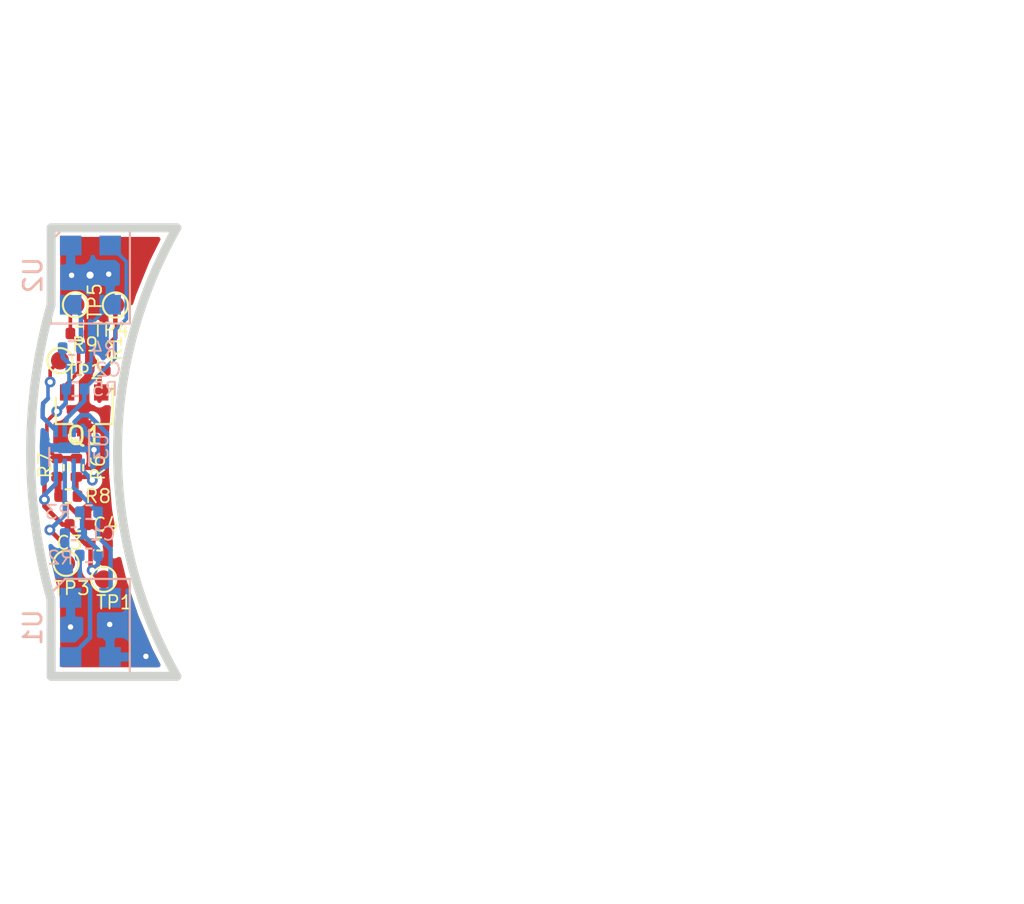
<source format=kicad_pcb>
(kicad_pcb (version 20211014) (generator pcbnew)
  (layers (0 "F.Cu" signal) (31 "B.Cu" signal) (34 "B.Paste" user) (35 "F.Paste" user) (36 "B.SilkS" user "B.Silkscreen") (37 "F.SilkS" user "F.Silkscreen") (38 "B.Mask" user) (39 "F.Mask" user) (44 "Edge.Cuts" user))
  (net 0 "")
  (net 1 "/SW")
  (net 2 "+3V3")
  (net 3 "GND")
  (net 4 "Net-(Q1-Pad1)")
  (net 5 "/ENA")
  (net 6 "Net-(R2-Pad1)")
  (net 7 "Net-(R4-Pad1)")
  (net 8 "/A1")
  (net 9 "/A2")
  (net 10 "/VREF")
  (net 11 "/OUT2")
  (net 12 "/OUT1")
  (footprint "TestPoint:TestPoint_Pad_D1.0mm" (layer "F.Cu") (at 171.831 96.2025)
    (fp_text reference "TP3" (at 0.30988 1.3843) (layer "F.SilkS") (effects (font (size 0.75 0.75) (thickness 0.1))))
    (fp_text value "O2")
    (fp_circle (center 0 0) (end 0 0.7) (layer "F.SilkS") (width 0.12) (fill none))
    (pad "1" smd circle locked (at 0 0) (size 1 1) (layers "F.Cu" "F.Mask") (net 11 "/OUT2"))
  )
  (footprint "TestPoint:TestPoint_Pad_D1.0mm" (layer "F.Cu") (at 172.3517 81.788)
    (fp_text reference "TP5" (at 1.0795 -0.19304 90) (layer "F.SilkS") (effects (font (size 0.75 0.75) (thickness 0.1))))
    (fp_text value "GND")
    (fp_circle (center 0 0) (end 0 0.7) (layer "F.SilkS") (width 0.12) (fill none))
    (pad "1" smd circle locked (at 0 0) (size 1 1) (layers "F.Cu" "F.Mask") (net 3 "GND"))
  )
  (footprint "Capacitor_SMD:C_0402_1005Metric" (layer "F.Cu") (at 172.5015 94.0435)
    (fp_text reference "C4" (at 1.552 0) (layer "F.SilkS") (effects (font (size 0.75 0.75) (thickness 0.1))))
    (fp_text value "10uF")
    (fp_line (start -0.107836 0.36) (end 0.107836 0.36) (layer "F.SilkS") (width 0.12))
    (fp_line (start -0.107836 -0.36) (end 0.107836 -0.36) (layer "F.SilkS") (width 0.12))
    (pad "1" smd roundrect locked (at -0.48 0) (size 0.56 0.62) (layers "F.Cu" "F.Paste" "F.Mask") (net 2 "+3V3"))
    (pad "2" smd roundrect locked (at 0.48 0) (size 0.56 0.62) (layers "F.Cu" "F.Paste" "F.Mask") (net 1 "/SW"))
  )
  (footprint "Capacitor_SMD:C_0402_1005Metric" (layer "F.Cu") (at 173.6725 95.123)
    (fp_text reference "C3" (at -1.651 -0.0635) (layer "F.SilkS") (effects (font (size 0.75 0.75) (thickness 0.1))))
    (fp_text value "100nF")
    (fp_line (start -0.107836 0.36) (end 0.107836 0.36) (layer "F.SilkS") (width 0.12))
    (fp_line (start -0.107836 -0.36) (end 0.107836 -0.36) (layer "F.SilkS") (width 0.12))
    (pad "1" smd roundrect locked (at -0.48 0) (size 0.56 0.62) (layers "F.Cu" "F.Paste" "F.Mask") (net 2 "+3V3"))
    (pad "2" smd roundrect locked (at 0.48 0) (size 0.56 0.62) (layers "F.Cu" "F.Paste" "F.Mask") (net 1 "/SW"))
  )
  (footprint "Resistor_SMD:R_0402_1005Metric" (layer "F.Cu") (at 171.323 90.8665 -90)
    (fp_text reference "R6" (at 0.002 -2.286 90) (layer "F.SilkS") (effects (font (size 0.75 0.75) (thickness 0.1))))
    (fp_text value "10k")
    (fp_line (start -0.153641 0.38) (end 0.153641 0.38) (layer "F.SilkS") (width 0.12))
    (fp_line (start -0.153641 -0.38) (end 0.153641 -0.38) (layer "F.SilkS") (width 0.12))
    (pad "1" smd roundrect locked (at -0.51 0 270) (size 0.54 0.64) (layers "F.Cu" "F.Paste" "F.Mask") (net 2 "+3V3"))
    (pad "2" smd roundrect locked (at 0.51 0 270) (size 0.54 0.64) (layers "F.Cu" "F.Paste" "F.Mask") (net 1 "/SW"))
  )
  (footprint "Resistor_SMD:R_0402_1005Metric" (layer "F.Cu") (at 172.4025 90.8705 90)
    (fp_text reference "R7" (at 0.129 -1.7145 90) (layer "F.SilkS") (effects (font (size 0.75 0.75) (thickness 0.1))))
    (fp_text value "10k")
    (fp_line (start -0.153641 0.38) (end 0.153641 0.38) (layer "F.SilkS") (width 0.12))
    (fp_line (start -0.153641 -0.38) (end 0.153641 -0.38) (layer "F.SilkS") (width 0.12))
    (pad "1" smd roundrect locked (at -0.51 0 90) (size 0.54 0.64) (layers "F.Cu" "F.Paste" "F.Mask") (net 10 "/VREF"))
    (pad "2" smd roundrect locked (at 0.51 0 90) (size 0.54 0.64) (layers "F.Cu" "F.Paste" "F.Mask") (net 2 "+3V3"))
  )
  (footprint "TestPoint:TestPoint_Pad_D1.0mm" (layer "F.Cu") (at 174.5742 81.8007)
    (fp_text reference "TP4" (at -0.24384 1.38938) (layer "F.SilkS") (effects (font (size 0.75 0.75) (thickness 0.1))))
    (fp_text value "ENA")
    (fp_circle (center 0 0) (end 0 0.7) (layer "F.SilkS") (width 0.12) (fill none))
    (pad "1" smd circle locked (at 0 0) (size 1 1) (layers "F.Cu" "F.Mask") (net 5 "/ENA"))
  )
  (footprint "Resistor_SMD:R_0402_1005Metric" (layer "F.Cu") (at 173.99 84.961 90)
    (fp_text reference "R1" (at 0.76 0.5715 270) (layer "F.SilkS") (effects (font (size 0.75 0.75) (thickness 0.1))))
    (fp_text value "1k")
    (fp_line (start -0.153641 0.38) (end 0.153641 0.38) (layer "F.SilkS") (width 0.12))
    (fp_line (start -0.153641 -0.38) (end 0.153641 -0.38) (layer "F.SilkS") (width 0.12))
    (pad "1" smd roundrect locked (at -0.51 0 90) (size 0.54 0.64) (layers "F.Cu" "F.Paste" "F.Mask") (net 4 "Net-(Q1-Pad1)"))
    (pad "2" smd roundrect locked (at 0.51 0 90) (size 0.54 0.64) (layers "F.Cu" "F.Paste" "F.Mask") (net 5 "/ENA"))
  )
  (footprint "Resistor_SMD:R_0402_1005Metric" (layer "F.Cu") (at 171.956 92.456)
    (fp_text reference "R8" (at 1.653 0) (layer "F.SilkS") (effects (font (size 0.75 0.75) (thickness 0.1))))
    (fp_text value "10k")
    (fp_line (start -0.153641 -0.38) (end 0.153641 -0.38) (layer "F.SilkS") (width 0.12))
    (fp_line (start -0.153641 0.38) (end 0.153641 0.38) (layer "F.SilkS") (width 0.12))
    (pad "1" smd roundrect locked (at -0.51 0) (size 0.54 0.64) (layers "F.Cu" "F.Paste" "F.Mask") (net 1 "/SW"))
    (pad "2" smd roundrect locked (at 0.51 0) (size 0.54 0.64) (layers "F.Cu" "F.Paste" "F.Mask") (net 10 "/VREF"))
  )
  (footprint "Package_TO_SOT_SMD:SOT-23" (layer "F.Cu") (at 172.8368 87.6775 -90)
    (fp_text reference "Q1" (at 1.413 -0.0356 180) (layer "F.SilkS"))
    (fp_text value "Q_NPN_BEC")
    (fp_line (start 0.76 1.58) (end -0.7 1.58) (layer "F.SilkS") (width 0.12))
    (fp_line (start 0.76 1.58) (end 0.76 0.65) (layer "F.SilkS") (width 0.12))
    (fp_line (start 0.76 -1.58) (end 0.76 -0.65) (layer "F.SilkS") (width 0.12))
    (fp_line (start 0.76 -1.58) (end -1.4 -1.58) (layer "F.SilkS") (width 0.12))
    (pad "1" smd rect locked (at -1 -0.95 270) (size 0.9 0.8) (layers "F.Cu" "F.Paste" "F.Mask") (net 4 "Net-(Q1-Pad1)"))
    (pad "2" smd rect locked (at -1 0.95 270) (size 0.9 0.8) (layers "F.Cu" "F.Paste" "F.Mask") (net 3 "GND"))
    (pad "3" smd rect locked (at 1 0 270) (size 0.9 0.8) (layers "F.Cu" "F.Paste" "F.Mask") (net 1 "/SW"))
  )
  (footprint "TestPoint:TestPoint_Pad_D1.0mm" (layer "F.Cu") (at 171.4881 84.8995)
    (fp_text reference "TP2" (at 1.3843 0.64262) (layer "F.SilkS") (effects (font (size 0.75 0.75) (thickness 0.1))))
    (fp_text value "O1")
    (fp_circle (center 0 0) (end 0 0.7) (layer "F.SilkS") (width 0.12) (fill none))
    (pad "1" smd circle locked (at 0 0) (size 1 1) (layers "F.Cu" "F.Mask") (net 12 "/OUT1"))
  )
  (footprint "Resistor_SMD:R_0402_1005Metric" (layer "F.Cu") (at 172.5783 83.3882)
    (fp_text reference "R9" (at 0.30426 0.61468 180) (layer "F.SilkS") (effects (font (size 0.75 0.75) (thickness 0.1))))
    (fp_text value "dnp")
    (fp_line (start -0.153641 -0.38) (end 0.153641 -0.38) (layer "F.SilkS") (width 0.12))
    (fp_line (start -0.153641 0.38) (end 0.153641 0.38) (layer "F.SilkS") (width 0.12))
    (pad "1" smd roundrect locked (at -0.51 0) (size 0.54 0.64) (layers "F.Cu" "F.Paste" "F.Mask") (net 3 "GND"))
    (pad "2" smd roundrect locked (at 0.51 0) (size 0.54 0.64) (layers "F.Cu" "F.Paste" "F.Mask") (net 1 "/SW"))
  )
  (footprint "TestPoint:TestPoint_Pad_D1.0mm" (layer "F.Cu") (at 173.9265 97.0915)
    (fp_text reference "TP1" (at 0.59182 1.28778) (layer "F.SilkS") (effects (font (size 0.75 0.75) (thickness 0.1))))
    (fp_text value "VCC")
    (fp_circle (center 0 0) (end 0 0.7) (layer "F.SilkS") (width 0.12) (fill none))
    (pad "1" smd circle locked (at 0 0) (size 1 1) (layers "F.Cu" "F.Mask") (net 2 "+3V3"))
  )
  (footprint "AcousticSwarm:GP2S700HCP" (layer "B.Cu") (at 173.1772 99.7712)
    (fp_text reference "U1" (at -3.2 0 270) (layer "B.SilkS") (effects (justify mirror)))
    (fp_text value "GP2S700HCP")
    (fp_line (start -1.4 -2.7) (end -2.2 -1.9) (layer "B.SilkS") (width 0.12))
    (fp_line (start 2.2 2.7) (end 2.2 -2.7) (layer "B.SilkS") (width 0.12))
    (fp_line (start 2.2 -2.7) (end -1.4 -2.7) (layer "B.SilkS") (width 0.12))
    (fp_line (start -2.2 2.7) (end 2.2 2.7) (layer "B.SilkS") (width 0.12))
    (fp_line (start -2.2 -1.9) (end -2.2 2.7) (layer "B.SilkS") (width 0.12))
    (pad "1" smd rect locked (at -1.1 -1.65) (size 1.2 1.1) (layers "B.Cu" "B.Paste" "B.Mask") (net 1 "/SW"))
    (pad "2" smd rect locked (at 1.1 -1.65) (size 1.2 1.1) (layers "B.Cu" "B.Paste" "B.Mask") (net 9 "/A2"))
    (pad "3" smd rect locked (at 1.1 1.65) (size 1.2 1.1) (layers "B.Cu" "B.Paste" "B.Mask") (net 1 "/SW"))
    (pad "4" smd rect locked (at -1.1 1.65) (size 1.2 1.1) (layers "B.Cu" "B.Paste" "B.Mask") (net 6 "Net-(R2-Pad1)"))
  )
  (footprint "Resistor_SMD:R_0402_1005Metric" (layer "B.Cu") (at 172.1465 84.201 180)
    (fp_text reference "R4" (at -1.78 -0.0635 180) (layer "B.SilkS") (effects (font (size 0.75 0.75) (thickness 0.1)) (justify mirror)))
    (fp_text value "100")
    (fp_line (start -0.153641 0.38) (end 0.153641 0.38) (layer "B.SilkS") (width 0.12))
    (fp_line (start -0.153641 -0.38) (end 0.153641 -0.38) (layer "B.SilkS") (width 0.12))
    (pad "1" smd roundrect locked (at -0.51 0 180) (size 0.54 0.64) (layers "B.Cu" "B.Paste" "B.Mask") (net 7 "Net-(R4-Pad1)"))
    (pad "2" smd roundrect locked (at 0.51 0 180) (size 0.54 0.64) (layers "B.Cu" "B.Paste" "B.Mask") (net 2 "+3V3"))
  )
  (footprint "Resistor_SMD:R_0402_1005Metric" (layer "B.Cu") (at 173.103 93.346 180)
    (fp_text reference "R3" (at 1.7165 0.001 180) (layer "B.SilkS") (effects (font (size 0.75 0.75) (thickness 0.1)) (justify mirror)))
    (fp_text value "30k")
    (fp_line (start -0.153641 0.38) (end 0.153641 0.38) (layer "B.SilkS") (width 0.12))
    (fp_line (start -0.153641 -0.38) (end 0.153641 -0.38) (layer "B.SilkS") (width 0.12))
    (pad "1" smd roundrect locked (at -0.51 0 180) (size 0.54 0.64) (layers "B.Cu" "B.Paste" "B.Mask") (net 9 "/A2"))
    (pad "2" smd roundrect locked (at 0.51 0 180) (size 0.54 0.64) (layers "B.Cu" "B.Paste" "B.Mask") (net 2 "+3V3"))
  )
  (footprint "Resistor_SMD:R_0402_1005Metric" (layer "B.Cu") (at 173.099 95.758)
    (fp_text reference "R2" (at -1.5855 0.127) (layer "B.SilkS") (effects (font (size 0.75 0.75) (thickness 0.1)) (justify mirror)))
    (fp_text value "100")
    (fp_line (start -0.153641 -0.38) (end 0.153641 -0.38) (layer "B.SilkS") (width 0.12))
    (fp_line (start -0.153641 0.38) (end 0.153641 0.38) (layer "B.SilkS") (width 0.12))
    (pad "1" smd roundrect locked (at -0.51 0) (size 0.54 0.64) (layers "B.Cu" "B.Paste" "B.Mask") (net 6 "Net-(R2-Pad1)"))
    (pad "2" smd roundrect locked (at 0.51 0) (size 0.54 0.64) (layers "B.Cu" "B.Paste" "B.Mask") (net 2 "+3V3"))
  )
  (footprint "AcousticSwarm:GP2S700HCP" (layer "B.Cu") (at 173.185 80.136)
    (fp_text reference "U2" (at -3.2 0 270) (layer "B.SilkS") (effects (justify mirror)))
    (fp_text value "GP2S700HCP")
    (fp_line (start 2.2 2.7) (end 2.2 -2.7) (layer "B.SilkS") (width 0.12))
    (fp_line (start -2.2 2.7) (end 2.2 2.7) (layer "B.SilkS") (width 0.12))
    (fp_line (start -1.4 -2.7) (end -2.2 -1.9) (layer "B.SilkS") (width 0.12))
    (fp_line (start 2.2 -2.7) (end -1.4 -2.7) (layer "B.SilkS") (width 0.12))
    (fp_line (start -2.2 -1.9) (end -2.2 2.7) (layer "B.SilkS") (width 0.12))
    (pad "1" smd rect locked (at -1.1 -1.65) (size 1.2 1.1) (layers "B.Cu" "B.Paste" "B.Mask") (net 1 "/SW"))
    (pad "2" smd rect locked (at 1.1 -1.65) (size 1.2 1.1) (layers "B.Cu" "B.Paste" "B.Mask") (net 8 "/A1"))
    (pad "3" smd rect locked (at 1.1 1.65) (size 1.2 1.1) (layers "B.Cu" "B.Paste" "B.Mask") (net 1 "/SW"))
    (pad "4" smd rect locked (at -1.1 1.65) (size 1.2 1.1) (layers "B.Cu" "B.Paste" "B.Mask") (net 7 "Net-(R4-Pad1)"))
  )
  (footprint "Package_DFN_QFN:DFN-8-1EP_2x2mm_P0.5mm_EP0.6x1.2mm" (layer "B.Cu") (at 172.004 89.7636 -90)
    (fp_text reference "U3" (at -0.0381 -1.7955 -90) (layer "B.SilkS") (effects (font (size 0.75 0.75) (thickness 0.1)) (justify mirror)))
    (fp_text value "LM293QT")
    (fp_line (start 0 1.11) (end 1 1.11) (layer "B.SilkS") (width 0.12))
    (fp_line (start -1 -1.11) (end 1 -1.11) (layer "B.SilkS") (width 0.12))
    (pad "1" smd roundrect locked (at -0.975 0.75 270) (size 0.75 0.25) (layers "B.Cu" "B.Paste" "B.Mask") (net 12 "/OUT1"))
    (pad "2" smd roundrect locked (at -0.975 0.25 270) (size 0.75 0.25) (layers "B.Cu" "B.Paste" "B.Mask") (net 8 "/A1"))
    (pad "3" smd roundrect locked (at -0.975 -0.25 270) (size 0.75 0.25) (layers "B.Cu" "B.Paste" "B.Mask") (net 10 "/VREF"))
    (pad "4" smd roundrect locked (at -0.975 -0.75 270) (size 0.75 0.25) (layers "B.Cu" "B.Paste" "B.Mask") (net 1 "/SW"))
    (pad "5" smd roundrect locked (at 0.975 -0.75 270) (size 0.75 0.25) (layers "B.Cu" "B.Paste" "B.Mask") (net 10 "/VREF"))
    (pad "6" smd roundrect locked (at 0.975 -0.25 270) (size 0.75 0.25) (layers "B.Cu" "B.Paste" "B.Mask") (net 9 "/A2"))
    (pad "7" smd roundrect locked (at 0.975 0.25 270) (size 0.75 0.25) (layers "B.Cu" "B.Paste" "B.Mask") (net 11 "/OUT2"))
    (pad "8" smd roundrect locked (at 0.975 0.75 270) (size 0.75 0.25) (layers "B.Cu" "B.Paste" "B.Mask") (net 2 "+3V3"))
    (pad "9" smd rect locked (at 0 0 270) (size 0.6 1.2) (layers "B.Cu" "B.Mask") (net 1 "/SW"))
  )
  (footprint "Capacitor_SMD:C_0402_1005Metric" (layer "B.Cu") (at 172.24 94.5515 180)
    (fp_text reference "C1" (at -1.623 0 180) (layer "B.SilkS") (effects (font (size 0.75 0.75) (thickness 0.1)) (justify mirror)))
    (fp_text value "100nF")
    (fp_line (start -0.107836 0.36) (end 0.107836 0.36) (layer "B.SilkS") (width 0.12))
    (fp_line (start -0.107836 -0.36) (end 0.107836 -0.36) (layer "B.SilkS") (width 0.12))
    (pad "1" smd roundrect locked (at -0.48 0 180) (size 0.56 0.62) (layers "B.Cu" "B.Paste" "B.Mask") (net 2 "+3V3"))
    (pad "2" smd roundrect locked (at 0.48 0 180) (size 0.56 0.62) (layers "B.Cu" "B.Paste" "B.Mask") (net 1 "/SW"))
  )
  (footprint "Resistor_SMD:R_0402_1005Metric" (layer "B.Cu") (at 172.337 86.487 180)
    (fp_text reference "R5" (at -1.653 0) (layer "B.SilkS") (effects (font (size 0.75 0.75) (thickness 0.1)) (justify mirror)))
    (fp_text value "30k")
    (fp_line (start -0.153641 0.38) (end 0.153641 0.38) (layer "B.SilkS") (width 0.12))
    (fp_line (start -0.153641 -0.38) (end 0.153641 -0.38) (layer "B.SilkS") (width 0.12))
    (pad "1" smd roundrect locked (at -0.51 0 180) (size 0.54 0.64) (layers "B.Cu" "B.Paste" "B.Mask") (net 8 "/A1"))
    (pad "2" smd roundrect locked (at 0.51 0 180) (size 0.54 0.64) (layers "B.Cu" "B.Paste" "B.Mask") (net 2 "+3V3"))
  )
  (footprint "Capacitor_SMD:C_0402_1005Metric" (layer "B.Cu") (at 172.5575 85.344)
    (fp_text reference "C2" (at 1.623 0.0635 180) (layer "B.SilkS") (effects (font (size 0.75 0.75) (thickness 0.1)) (justify mirror)))
    (fp_text value "100nF")
    (fp_line (start -0.107836 -0.36) (end 0.107836 -0.36) (layer "B.SilkS") (width 0.12))
    (fp_line (start -0.107836 0.36) (end 0.107836 0.36) (layer "B.SilkS") (width 0.12))
    (pad "1" smd roundrect locked (at -0.48 0) (size 0.56 0.62) (layers "B.Cu" "B.Paste" "B.Mask") (net 2 "+3V3"))
    (pad "2" smd roundrect locked (at 0.48 0) (size 0.56 0.62) (layers "B.Cu" "B.Paste" "B.Mask") (net 1 "/SW"))
  )
  (gr_arc (start 170.988714 98.197554) (mid 169.852785 89.992494) (end 170.9928 81.788) (layer "Edge.Cuts") (width 0.5))
  (gr_line (start 178 77.5) (end 171 77.5) (layer "Edge.Cuts") (width 0.5))
  (gr_line (start 171 102.5) (end 178 102.5) (layer "Edge.Cuts") (width 0.5))
  (gr_line (start 170.988714 98.197554) (end 171 102.5) (layer "Edge.Cuts") (width 0.5))
  (gr_arc (start 178 102.5) (mid 174.696838 90) (end 178 77.5) (layer "Edge.Cuts") (width 0.5))
  (gr_line (start 171 77.5) (end 170.9928 81.788) (layer "Edge.Cuts") (width 0.5))
  (segment (start 171.446 92.456) (end 172.9815 93.9915) (width 0.25) (layer "F.Cu") (net 1))
  (segment (start 172.8368 86.192498) (end 172.8368 89.3978) (width 0.25) (layer "F.Cu") (net 1))
  (segment (start 172.9815 93.9915) (end 172.9815 94.0435) (width 0.25) (layer "F.Cu") (net 1))
  (segment (start 173.118501 85.910797) (end 172.8368 86.192498) (width 0.25) (layer "F.Cu") (net 1))
  (segment (start 171.323 91.3765) (end 171.323 92.333) (width 0.25) (layer "F.Cu") (net 1))
  (segment (start 173.118501 83.418401) (end 173.118501 85.910797) (width 0.25) (layer "F.Cu") (net 1))
  (segment (start 173.2615 94.0435) (end 174.1525 94.9345) (width 0.25) (layer "F.Cu") (net 1))
  (segment (start 173.0883 83.3882) (end 173.118501 83.418401) (width 0.25) (layer "F.Cu") (net 1))
  (segment (start 171.323 92.333) (end 171.446 92.456) (width 0.25) (layer "F.Cu") (net 1))
  (segment (start 173.482 90.043) (end 173.482 90.39375) (width 0.2) (layer "F.Cu") (net 1))
  (segment (start 172.8368 89.3978) (end 173.482 90.043) (width 0.25) (layer "F.Cu") (net 1))
  (segment (start 174.1525 94.9345) (end 174.1525 95.123) (width 0.25) (layer "F.Cu") (net 1))
  (segment (start 172.9815 94.0435) (end 173.2615 94.0435) (width 0.25) (layer "F.Cu") (net 1))
  (via (at 173.1645 80.137) (size 0.8) (drill 0.4) (layers "F.Cu" "B.Cu") (net 1))
  (via (at 172.0772 99.7507) (size 0.6) (drill 0.3) (layers "F.Cu" "B.Cu") (net 1))
  (via (at 174.25924 99.60864) (size 0.6) (drill 0.3) (layers "F.Cu" "B.Cu") (net 1))
  (via (at 173.38548 89.87028) (size 0.6) (drill 0.3) (layers "F.Cu" "B.Cu") (net 1))
  (via (at 174.20336 80.08112) (size 0.6) (drill 0.3) (layers "F.Cu" "B.Cu") (net 1))
  (via (at 172.1358 80.14716) (size 0.6) (drill 0.3) (layers "F.Cu" "B.Cu") (net 1))
  (via (at 176.276 101.38664) (size 0.6) (drill 0.3) (layers "F.Cu" "B.Cu") (net 1))
  (segment (start 173.863 100.203) (end 173.863 100.203) (width 0.25) (layer "B.Cu") (net 1))
  (segment (start 172.0772 99.7507) (end 172.0772 99.7507) (width 0.25) (layer "B.Cu") (net 1))
  (segment (start 173.22651 84.96449) (end 173.22651 82.84449) (width 0.2) (layer "B.Cu") (net 1))
  (segment (start 174.2772 101.4212) (end 174.2772 101.3128) (width 0.25) (layer "B.Cu") (net 1))
  (segment (start 173.22651 82.84449) (end 174.285 81.786) (width 0.2) (layer "B.Cu") (net 1))
  (segment (start 172.754 88.7886) (end 173.482 89.5166) (width 0.25) (layer "B.Cu") (net 1))
  (segment (start 172.974 85.217) (end 173.22651 84.96449) (width 0.2) (layer "B.Cu") (net 1))
  (segment (start 174.2772 101.4212) (end 174.2772 100.6172) (width 0.25) (layer "B.Cu") (net 1))
  (segment (start 172.0772 98.1212) (end 172.0772 99.7507) (width 0.25) (layer "B.Cu") (net 1))
  (segment (start 171.76 96.449) (end 171.76 94.5515) (width 0.25) (layer "B.Cu") (net 1))
  (segment (start 172.085 78.836) (end 172.085 78.486) (width 0.2) (layer "B.Cu") (net 1))
  (segment (start 172.0772 96.7662) (end 171.76 96.449) (width 0.25) (layer "B.Cu") (net 1))
  (segment (start 172.0772 98.1212) (end 172.0772 96.7662) (width 0.25) (layer "B.Cu") (net 1))
  (segment (start 173.482 89.5166) (end 173.482 90.043) (width 0.25) (layer "B.Cu") (net 1))
  (segment (start 174.2772 100.6172) (end 173.863 100.203) (width 0.25) (layer "B.Cu") (net 1))
  (segment (start 174.285 81.786) (end 174.285 81.036) (width 0.2) (layer "B.Cu") (net 1))
  (segment (start 170.6245 92.6465) (end 170.6245 90.64425) (width 0.25) (layer "F.Cu") (net 2))
  (segment (start 171.323 90.3565) (end 170.75912 89.79262) (width 0.2) (layer "F.Cu") (net 2))
  (segment (start 170.6245 90.64425) (end 170.91225 90.3565) (width 0.25) (layer "F.Cu") (net 2))
  (segment (start 170.91225 90.3565) (end 171.196 90.3565) (width 0.25) (layer "F.Cu") (net 2))
  (segment (start 173.1925 95.123) (end 172.9125 95.123) (width 0.25) (layer "F.Cu") (net 2))
  (segment (start 171.6405 94.0435) (end 170.6245 93.0275) (width 0.25) (layer "F.Cu") (net 2))
  (segment (start 173.609 97.028) (end 173.281081 96.700081) (width 0.25) (layer "F.Cu") (net 2))
  (segment (start 173.281081 96.700081) (end 173.281081 96.5835) (width 0.25) (layer "F.Cu") (net 2))
  (segment (start 170.75912 88.28278) (end 171.3103 87.7316) (width 0.2) (layer "F.Cu") (net 2))
  (segment (start 173.1925 95.123) (end 173.1925 96.494919) (width 0.25) (layer "F.Cu") (net 2))
  (segment (start 171.2 90.3605) (end 171.196 90.3565) (width 0.3) (layer "F.Cu") (net 2))
  (segment (start 172.9125 95.123) (end 172.0215 94.232) (width 0.25) (layer "F.Cu") (net 2))
  (segment (start 172.0215 94.0435) (end 171.6405 94.0435) (width 0.25) (layer "F.Cu") (net 2))
  (segment (start 172.0215 94.232) (end 172.0215 94.0435) (width 0.25) (layer "F.Cu") (net 2))
  (segment (start 170.6245 93.0275) (end 170.6245 92.6465) (width 0.25) (layer "F.Cu") (net 2))
  (segment (start 172.2755 90.3605) (end 171.2 90.3605) (width 0.3) (layer "F.Cu") (net 2))
  (segment (start 173.1925 96.494919) (end 173.281081 96.5835) (width 0.25) (layer "F.Cu") (net 2))
  (segment (start 170.75912 89.79262) (end 170.75912 88.28278) (width 0.2) (layer "F.Cu") (net 2))
  (via (at 171.3103 87.7316) (size 0.6) (drill 0.3) (layers "F.Cu" "B.Cu") (net 2))
  (via (at 170.6245 92.6465) (size 0.6) (drill 0.3) (layers "F.Cu" "B.Cu") (net 2))
  (via (at 173.281081 96.5835) (size 0.6) (drill 0.3) (layers "F.Cu" "B.Cu") (net 2))
  (segment (start 172.014 85.217) (end 172.014 86.2913) (width 0.25) (layer "B.Cu") (net 2))
  (segment (start 170.6245 92.6465) (end 170.6245 92.39758) (width 0.25) (layer "B.Cu") (net 2))
  (segment (start 170.6245 92.39758) (end 171.254 91.76808) (width 0.25) (layer "B.Cu") (net 2))
  (segment (start 173.609 95.4405) (end 172.72 94.5515) (width 0.25) (layer "B.Cu") (net 2))
  (segment (start 171.254 91.76808) (end 171.254 90.7386) (width 0.25) (layer "B.Cu") (net 2))
  (segment (start 171.8056 86.5759) (end 171.8056 87.2871) (width 0.25) (layer "B.Cu") (net 2))
  (segment (start 171.830501 86.550999) (end 171.8056 86.5759) (width 0.25) (layer "B.Cu") (net 2))
  (segment (start 171.6365 84.201) (end 171.6365 84.7125) (width 0.25) (layer "B.Cu") (net 2))
  (segment (start 172.72 94.5515) (end 172.72 93.473) (width 0.25) (layer "B.Cu") (net 2))
  (segment (start 171.3611 87.7316) (end 171.3103 87.7316) (width 0.25) (layer "B.Cu") (net 2))
  (segment (start 173.609 95.758) (end 173.609 96.255581) (width 0.25) (layer "B.Cu") (net 2))
  (segment (start 172.72 93.473) (end 172.593 93.346) (width 0.25) (layer "B.Cu") (net 2))
  (segment (start 171.6365 84.7125) (end 172.2045 85.2805) (width 0.25) (layer "B.Cu") (net 2))
  (segment (start 171.8056 87.2871) (end 171.3611 87.7316) (width 0.25) (layer "B.Cu") (net 2))
  (segment (start 172.014 86.2913) (end 171.7802 86.5251) (width 0.25) (layer "B.Cu") (net 2))
  (segment (start 173.609 96.255581) (end 173.281081 96.5835) (width 0.25) (layer "B.Cu") (net 2))
  (segment (start 173.609 95.758) (end 173.609 95.4405) (width 0.25) (layer "B.Cu") (net 2))
  (segment (start 171.8868 86.1772) (end 172.5295 85.5345) (width 0.2) (layer "F.Cu") (net 3))
  (segment (start 172.0683 82.0714) (end 172.3517 81.788) (width 0.2) (layer "F.Cu") (net 3))
  (segment (start 171.8868 86.6775) (end 171.8868 86.1772) (width 0.2) (layer "F.Cu") (net 3))
  (segment (start 172.5295 83.8494) (end 172.0683 83.3882) (width 0.2) (layer "F.Cu") (net 3))
  (segment (start 172.0683 83.3882) (end 172.0683 82.0714) (width 0.2) (layer "F.Cu") (net 3))
  (segment (start 172.5295 85.5345) (end 172.5295 83.8494) (width 0.2) (layer "F.Cu") (net 3))
  (segment (start 173.6875 85.7735) (end 173.99 85.471) (width 0.25) (layer "F.Cu") (net 4))
  (segment (start 173.6875 87.138) (end 173.6875 85.7735) (width 0.25) (layer "F.Cu") (net 4))
  (segment (start 173.99 84.2137) (end 174.5742 83.6295) (width 0.25) (layer "F.Cu") (net 5))
  (segment (start 174.5742 83.6295) (end 174.5742 81.8007) (width 0.25) (layer "F.Cu") (net 5))
  (segment (start 173.99 84.451) (end 173.99 84.2137) (width 0.25) (layer "F.Cu") (net 5))
  (segment (start 173.1645 97.536) (end 172.589 96.9605) (width 0.25) (layer "B.Cu") (net 6))
  (segment (start 172.0772 101.4212) (end 173.1645 100.3339) (width 0.25) (layer "B.Cu") (net 6))
  (segment (start 172.589 96.9605) (end 172.589 95.758) (width 0.25) (layer "B.Cu") (net 6))
  (segment (start 173.1645 100.3339) (end 173.1645 97.536) (width 0.25) (layer "B.Cu") (net 6))
  (segment (start 172.6565 84.201) (end 172.6565 82.3575) (width 0.25) (layer "B.Cu") (net 7))
  (segment (start 172.6565 82.3575) (end 172.085 81.786) (width 0.25) (layer "B.Cu") (net 7))
  (segment (start 171.754 88.7886) (end 171.754 88.343739) (width 0.25) (layer "B.Cu") (net 8))
  (segment (start 172.847 86.487) (end 174.5615 84.7725) (width 0.2) (layer "B.Cu") (net 8))
  (segment (start 175.185001 82.576001) (end 175.185001 79.386001) (width 0.2) (layer "B.Cu") (net 8))
  (segment (start 171.754 88.343739) (end 171.853979 88.24376) (width 0.25) (layer "B.Cu") (net 8))
  (segment (start 175.185001 79.386001) (end 174.285 78.486) (width 0.2) (layer "B.Cu") (net 8))
  (segment (start 172.847 87.136167) (end 172.847 86.614) (width 0.25) (layer "B.Cu") (net 8))
  (segment (start 171.853979 88.129188) (end 172.847 87.136167) (width 0.25) (layer "B.Cu") (net 8))
  (segment (start 171.853979 88.24376) (end 171.853979 88.129188) (width 0.25) (layer "B.Cu") (net 8))
  (segment (start 174.5615 84.7725) (end 174.5615 83.199502) (width 0.2) (layer "B.Cu") (net 8))
  (segment (start 174.5615 83.199502) (end 175.185001 82.576001) (width 0.2) (layer "B.Cu") (net 8))
  (segment (start 173.613 93.346) (end 172.254 91.987) (width 0.25) (layer "B.Cu") (net 9))
  (segment (start 174.2772 98.1212) (end 174.3075 98.0909) (width 0.25) (layer "B.Cu") (net 9))
  (segment (start 174.3075 98.0909) (end 174.3075 95.422242) (width 0.25) (layer "B.Cu") (net 9))
  (segment (start 174.3075 95.422242) (end 173.613 94.727742) (width 0.25) (layer "B.Cu") (net 9))
  (segment (start 172.254 90.7386) (end 172.254 91.987) (width 0.2) (layer "B.Cu") (net 9))
  (segment (start 173.613 94.727742) (end 173.613 93.346) (width 0.25) (layer "B.Cu") (net 9))
  (segment (start 172.4025 91.3805) (end 173.105 91.3805) (width 0.25) (layer "F.Cu") (net 10))
  (segment (start 172.4025 92.3925) (end 172.466 92.456) (width 0.25) (layer "F.Cu") (net 10))
  (segment (start 172.4025 91.3805) (end 172.4025 92.3925) (width 0.25) (layer "F.Cu") (net 10))
  (segment (start 173.105 91.3805) (end 173.2915 91.567) (width 0.25) (layer "F.Cu") (net 10))
  (via (at 173.2915 91.567) (size 0.6) (drill 0.3) (layers "F.Cu" "B.Cu") (net 10))
  (segment (start 173.228 91.5035) (end 173.228 91.5035) (width 0.25) (layer "B.Cu") (net 10))
  (segment (start 172.754 90.7386) (end 172.754 91.0295) (width 0.25) (layer "B.Cu") (net 10))
  (segment (start 172.672078 87.9475) (end 173.101 87.9475) (width 0.25) (layer "B.Cu") (net 10))
  (segment (start 172.30399 88.315588) (end 172.672078 87.9475) (width 0.25) (layer "B.Cu") (net 10))
  (segment (start 174.107002 88.953502) (end 174.107002 90.751498) (width 0.25) (layer "B.Cu") (net 10))
  (segment (start 172.30399 88.73861) (end 172.30399 88.315588) (width 0.25) (layer "B.Cu") (net 10))
  (segment (start 172.754 91.0295) (end 173.2915 91.567) (width 0.25) (layer "B.Cu") (net 10))
  (segment (start 174.107002 90.751498) (end 173.2915 91.567) (width 0.25) (layer "B.Cu") (net 10))
  (segment (start 172.254 88.7886) (end 172.30399 88.73861) (width 0.25) (layer "B.Cu") (net 10))
  (segment (start 173.101 87.9475) (end 174.107002 88.953502) (width 0.25) (layer "B.Cu") (net 10))
  (segment (start 171.831 96.2025) (end 171.831 95.246515) (width 0.25) (layer "F.Cu") (net 11))
  (segment (start 171.831 95.246515) (end 170.925173 94.340688) (width 0.25) (layer "F.Cu") (net 11))
  (via (at 170.925173 94.340688) (size 0.6) (drill 0.3) (layers "F.Cu" "B.Cu") (net 11))
  (segment (start 171.754 90.7386) (end 171.754 93.511861) (width 0.25) (layer "B.Cu") (net 11))
  (segment (start 171.754 93.511861) (end 170.925173 94.340688) (width 0.25) (layer "B.Cu") (net 11))
  (segment (start 170.942 85.4456) (end 171.4881 84.8995) (width 0.2) (layer "F.Cu") (net 12))
  (segment (start 170.942 86.0933) (end 170.942 85.4456) (width 0.2) (layer "F.Cu") (net 12))
  (via (at 170.942 86.0933) (size 0.6) (drill 0.3) (layers "F.Cu" "B.Cu") (net 12))
  (segment (start 170.942 86.0933) (end 170.942 86.0933) (width 0.2) (layer "B.Cu") (net 12))
  (segment (start 170.821249 86.214051) (end 170.942 86.0933) (width 0.2) (layer "B.Cu") (net 12))
  (segment (start 170.821249 87.011402) (end 170.821249 86.214051) (width 0.2) (layer "B.Cu") (net 12))
  (segment (start 170.553212 87.279439) (end 170.821249 87.011402) (width 0.25) (layer "B.Cu") (net 12))
  (segment (start 170.523903 87.617884) (end 170.553212 87.279439) (width 0.25) (layer "B.Cu") (net 12))
  (segment (start 171.254 88.7886) (end 170.523903 88.058503) (width 0.25) (layer "B.Cu") (net 12))
  (segment (start 170.523903 88.058503) (end 170.523903 87.617884) (width 0.25) (layer "B.Cu") (net 12))
  (zone (net 1) (net_name "/SW") (layer "F.Cu") (connect_pads (clearance 0.254)) (min_thickness 0.254) (fill yes (thermal_gap 0.508) (thermal_bridge_width 0.508))
    (polygon (pts (xy 180.086 103.6955) (xy 168.91 103.6955) (xy 168.91 76.6445) (xy 180.086 76.6445)))
  )
  (zone (net 1) (net_name "/SW") (layer "B.Cu") (connect_pads (clearance 0.254)) (min_thickness 0.254) (fill yes (thermal_gap 0.508) (thermal_bridge_width 0.508))
    (polygon (pts (xy 180.467 104.394) (xy 168.2115 104.394) (xy 168.2115 76.2) (xy 180.467 76.2)))
  )
)
</source>
